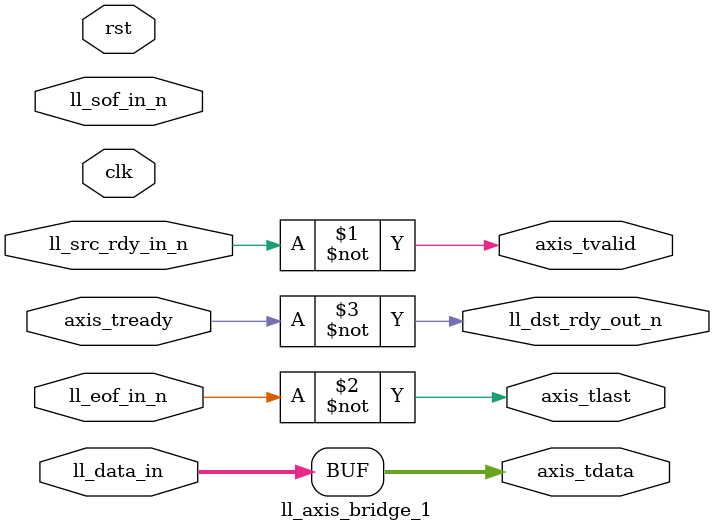
<source format=v>
module ll_axis_bridge_1 #
(
    parameter DATA_WIDTH = 8
)
(
    input  wire                   clk,
    input  wire                   rst,
    input  wire [DATA_WIDTH-1:0]  ll_data_in,
    input  wire                   ll_sof_in_n,
    input  wire                   ll_eof_in_n,
    input  wire                   ll_src_rdy_in_n,
    output wire                   ll_dst_rdy_out_n,
    output wire [DATA_WIDTH-1:0]  axis_tdata,
    output wire                   axis_tvalid,
    input  wire                   axis_tready,
    output wire                   axis_tlast
);
assign axis_tdata = ll_data_in;
assign axis_tvalid = ~ll_src_rdy_in_n;
assign axis_tlast = ~ll_eof_in_n;
assign ll_dst_rdy_out_n = ~axis_tready;
endmodule
</source>
